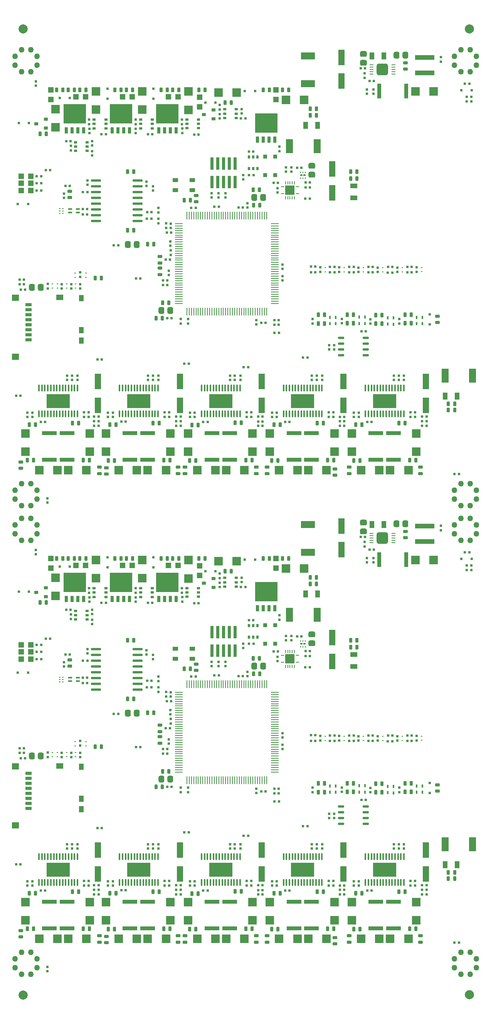
<source format=gtp>
G04 Layer_Color=8421504*
%FSLAX24Y24*%
%MOIN*%
G70*
G01*
G75*
G04:AMPARAMS|DCode=11|XSize=78.7mil|YSize=78.7mil|CornerRadius=39.4mil|HoleSize=0mil|Usage=FLASHONLY|Rotation=90.000|XOffset=0mil|YOffset=0mil|HoleType=Round|Shape=RoundedRectangle|*
%AMROUNDEDRECTD11*
21,1,0.0787,0.0000,0,0,90.0*
21,1,0.0000,0.0787,0,0,90.0*
1,1,0.0787,0.0000,0.0000*
1,1,0.0787,0.0000,0.0000*
1,1,0.0787,0.0000,0.0000*
1,1,0.0787,0.0000,0.0000*
%
%ADD11ROUNDEDRECTD11*%
%ADD39R,0.0591X0.0453*%
%ADD43C,0.0500*%
%ADD147R,0.0236X0.0118*%
%ADD148R,0.0120X0.0102*%
%ADD149R,0.0374X0.0334*%
%ADD150R,0.0138X0.0098*%
%ADD151R,0.0787X0.0787*%
%ADD152O,0.0295X0.0090*%
%ADD153O,0.0090X0.0295*%
G04:AMPARAMS|DCode=154|XSize=20mil|YSize=22mil|CornerRadius=3.4mil|HoleSize=0mil|Usage=FLASHONLY|Rotation=0.000|XOffset=0mil|YOffset=0mil|HoleType=Round|Shape=RoundedRectangle|*
%AMROUNDEDRECTD154*
21,1,0.0200,0.0152,0,0,0.0*
21,1,0.0132,0.0220,0,0,0.0*
1,1,0.0068,0.0066,-0.0076*
1,1,0.0068,-0.0066,-0.0076*
1,1,0.0068,-0.0066,0.0076*
1,1,0.0068,0.0066,0.0076*
%
%ADD154ROUNDEDRECTD154*%
%ADD155R,0.0220X0.0220*%
G04:AMPARAMS|DCode=156|XSize=27.1mil|YSize=37.4mil|CornerRadius=4.8mil|HoleSize=0mil|Usage=FLASHONLY|Rotation=0.000|XOffset=0mil|YOffset=0mil|HoleType=Round|Shape=RoundedRectangle|*
%AMROUNDEDRECTD156*
21,1,0.0271,0.0277,0,0,0.0*
21,1,0.0175,0.0374,0,0,0.0*
1,1,0.0097,0.0087,-0.0139*
1,1,0.0097,-0.0087,-0.0139*
1,1,0.0097,-0.0087,0.0139*
1,1,0.0097,0.0087,0.0139*
%
%ADD156ROUNDEDRECTD156*%
G04:AMPARAMS|DCode=157|XSize=27.1mil|YSize=37.4mil|CornerRadius=4.8mil|HoleSize=0mil|Usage=FLASHONLY|Rotation=270.000|XOffset=0mil|YOffset=0mil|HoleType=Round|Shape=RoundedRectangle|*
%AMROUNDEDRECTD157*
21,1,0.0271,0.0277,0,0,270.0*
21,1,0.0175,0.0374,0,0,270.0*
1,1,0.0097,-0.0139,-0.0087*
1,1,0.0097,-0.0139,0.0087*
1,1,0.0097,0.0139,0.0087*
1,1,0.0097,0.0139,-0.0087*
%
%ADD157ROUNDEDRECTD157*%
G04:AMPARAMS|DCode=158|XSize=20mil|YSize=22mil|CornerRadius=3.4mil|HoleSize=0mil|Usage=FLASHONLY|Rotation=270.000|XOffset=0mil|YOffset=0mil|HoleType=Round|Shape=RoundedRectangle|*
%AMROUNDEDRECTD158*
21,1,0.0200,0.0152,0,0,270.0*
21,1,0.0132,0.0220,0,0,270.0*
1,1,0.0068,-0.0076,-0.0066*
1,1,0.0068,-0.0076,0.0066*
1,1,0.0068,0.0076,0.0066*
1,1,0.0068,0.0076,-0.0066*
%
%ADD158ROUNDEDRECTD158*%
%ADD159R,0.0334X0.0137*%
%ADD160R,0.0340X0.0300*%
%ADD161R,0.0220X0.0220*%
%ADD162R,0.0770X0.0770*%
%ADD163R,0.0770X0.0770*%
%ADD164R,0.0216X0.0315*%
%ADD165R,0.0315X0.0216*%
%ADD166R,0.0413X0.0649*%
G04:AMPARAMS|DCode=167|XSize=50mil|YSize=58mil|CornerRadius=12mil|HoleSize=0mil|Usage=FLASHONLY|Rotation=270.000|XOffset=0mil|YOffset=0mil|HoleType=Round|Shape=RoundedRectangle|*
%AMROUNDEDRECTD167*
21,1,0.0500,0.0340,0,0,270.0*
21,1,0.0260,0.0580,0,0,270.0*
1,1,0.0240,-0.0170,-0.0130*
1,1,0.0240,-0.0170,0.0130*
1,1,0.0240,0.0170,0.0130*
1,1,0.0240,0.0170,-0.0130*
%
%ADD167ROUNDEDRECTD167*%
%ADD168R,0.0531X0.1319*%
%ADD169O,0.0118X0.0649*%
%ADD170R,0.2035X0.1200*%
%ADD171R,0.0649X0.0531*%
%ADD172R,0.0433X0.0571*%
%ADD173R,0.0571X0.0295*%
G04:AMPARAMS|DCode=174|XSize=50mil|YSize=58mil|CornerRadius=12mil|HoleSize=0mil|Usage=FLASHONLY|Rotation=0.000|XOffset=0mil|YOffset=0mil|HoleType=Round|Shape=RoundedRectangle|*
%AMROUNDEDRECTD174*
21,1,0.0500,0.0340,0,0,0.0*
21,1,0.0260,0.0580,0,0,0.0*
1,1,0.0240,0.0130,-0.0170*
1,1,0.0240,-0.0130,-0.0170*
1,1,0.0240,-0.0130,0.0170*
1,1,0.0240,0.0130,0.0170*
%
%ADD174ROUNDEDRECTD174*%
%ADD175R,0.0649X0.0413*%
%ADD176R,0.0460X0.0460*%
%ADD177R,0.0460X0.0460*%
%ADD178R,0.1240X0.0610*%
%ADD179R,0.0610X0.1240*%
%ADD180R,0.0180X0.0260*%
%ADD181R,0.0275X0.1082*%
%ADD182R,0.1653X0.0445*%
%ADD183R,0.0260X0.0540*%
%ADD184R,0.1950X0.1680*%
%ADD185R,0.1279X0.0334*%
%ADD186R,0.0334X0.1279*%
%ADD187O,0.0689X0.0098*%
%ADD188O,0.0098X0.0689*%
%ADD189R,0.0382X0.0098*%
G04:AMPARAMS|DCode=190|XSize=103mil|YSize=103mil|CornerRadius=25.3mil|HoleSize=0mil|Usage=FLASHONLY|Rotation=0.000|XOffset=0mil|YOffset=0mil|HoleType=Round|Shape=RoundedRectangle|*
%AMROUNDEDRECTD190*
21,1,0.1030,0.0525,0,0,0.0*
21,1,0.0525,0.1030,0,0,0.0*
1,1,0.0505,0.0263,-0.0263*
1,1,0.0505,-0.0263,-0.0263*
1,1,0.0505,-0.0263,0.0263*
1,1,0.0505,0.0263,0.0263*
%
%ADD190ROUNDEDRECTD190*%
%ADD191O,0.0886X0.0216*%
%ADD192O,0.0571X0.0216*%
%ADD193R,0.0452X0.0334*%
%ADD194R,0.0090X0.0137*%
G36*
X16941Y78071D02*
X16911Y78031D01*
X16761D01*
X16721Y78071D01*
Y78311D01*
X16941D01*
Y78071D01*
D02*
G37*
G36*
X16571D02*
X16531Y78031D01*
X16391D01*
X16351Y78071D01*
Y78311D01*
X16571D01*
Y78071D01*
D02*
G37*
G36*
X16192Y78061D02*
X16157Y78031D01*
X16007D01*
X15968Y78071D01*
Y78311D01*
X16192D01*
Y78061D01*
D02*
G37*
G36*
X15814D02*
X15779Y78031D01*
X15629D01*
X15590Y78071D01*
Y78311D01*
X15814D01*
Y78061D01*
D02*
G37*
G36*
X12931Y78071D02*
X12901Y78031D01*
X12751D01*
X12711Y78071D01*
Y78311D01*
X12931D01*
Y78071D01*
D02*
G37*
G36*
X12561D02*
X12521Y78031D01*
X12381D01*
X12341Y78071D01*
Y78311D01*
X12561D01*
Y78071D01*
D02*
G37*
G36*
X12182Y78061D02*
X12147Y78031D01*
X11997D01*
X11958Y78071D01*
Y78311D01*
X12182D01*
Y78061D01*
D02*
G37*
G36*
X11804D02*
X11769Y78031D01*
X11619D01*
X11580Y78071D01*
Y78311D01*
X11804D01*
Y78061D01*
D02*
G37*
G36*
X8946Y78071D02*
X8916Y78031D01*
X8766D01*
X8726Y78071D01*
Y78311D01*
X8946D01*
Y78071D01*
D02*
G37*
G36*
X8576D02*
X8536Y78031D01*
X8396D01*
X8356Y78071D01*
Y78311D01*
X8576D01*
Y78071D01*
D02*
G37*
G36*
X8197Y78061D02*
X8162Y78031D01*
X8012D01*
X7973Y78071D01*
Y78311D01*
X8197D01*
Y78061D01*
D02*
G37*
G36*
X7819D02*
X7784Y78031D01*
X7634D01*
X7595Y78071D01*
Y78311D01*
X7819D01*
Y78061D01*
D02*
G37*
G36*
X17241Y77791D02*
X17141D01*
Y78311D01*
X17241D01*
Y77791D01*
D02*
G37*
G36*
X15421D02*
X15310D01*
Y78311D01*
X15421D01*
Y77791D01*
D02*
G37*
G36*
X13231D02*
X13131D01*
Y78311D01*
X13231D01*
Y77791D01*
D02*
G37*
G36*
X11411D02*
X11300D01*
Y78311D01*
X11411D01*
Y77791D01*
D02*
G37*
G36*
X9246D02*
X9146D01*
Y78311D01*
X9246D01*
Y77791D01*
D02*
G37*
G36*
X7426D02*
X7315D01*
Y78311D01*
X7426D01*
Y77791D01*
D02*
G37*
G36*
X25496Y77271D02*
X25466Y77231D01*
X25316D01*
X25276Y77271D01*
Y77511D01*
X25496D01*
Y77271D01*
D02*
G37*
G36*
X25126D02*
X25086Y77231D01*
X24946D01*
X24906Y77271D01*
Y77511D01*
X25126D01*
Y77271D01*
D02*
G37*
G36*
X24747Y77261D02*
X24712Y77231D01*
X24562D01*
X24523Y77271D01*
Y77511D01*
X24747D01*
Y77261D01*
D02*
G37*
G36*
X24369D02*
X24334Y77231D01*
X24184D01*
X24145Y77271D01*
Y77511D01*
X24369D01*
Y77261D01*
D02*
G37*
G36*
X25796Y76991D02*
X25696D01*
Y77511D01*
X25796D01*
Y76991D01*
D02*
G37*
G36*
X23976D02*
X23865D01*
Y77511D01*
X23976D01*
Y76991D01*
D02*
G37*
G36*
X16871Y76653D02*
X16741D01*
Y76701D01*
X16781Y76744D01*
X16871D01*
Y76653D01*
D02*
G37*
G36*
X16571Y76705D02*
Y76653D01*
X16361D01*
Y76705D01*
X16401Y76740D01*
X16541D01*
X16571Y76705D01*
D02*
G37*
G36*
X16192D02*
Y76653D01*
X15980D01*
Y76705D01*
X16015Y76740D01*
X16157D01*
X16192Y76705D01*
D02*
G37*
G36*
X15818Y76701D02*
Y76653D01*
X15677D01*
Y76744D01*
X15775D01*
X15818Y76701D01*
D02*
G37*
G36*
X12861Y76653D02*
X12731D01*
Y76701D01*
X12771Y76744D01*
X12861D01*
Y76653D01*
D02*
G37*
G36*
X12561Y76705D02*
Y76653D01*
X12351D01*
Y76705D01*
X12391Y76740D01*
X12531D01*
X12561Y76705D01*
D02*
G37*
G36*
X12182D02*
Y76653D01*
X11970D01*
Y76705D01*
X12005Y76740D01*
X12147D01*
X12182Y76705D01*
D02*
G37*
G36*
X11808Y76701D02*
Y76653D01*
X11667D01*
Y76744D01*
X11765D01*
X11808Y76701D01*
D02*
G37*
G36*
X8876Y76653D02*
X8746D01*
Y76701D01*
X8786Y76744D01*
X8876D01*
Y76653D01*
D02*
G37*
G36*
X8576Y76705D02*
Y76653D01*
X8366D01*
Y76705D01*
X8406Y76740D01*
X8546D01*
X8576Y76705D01*
D02*
G37*
G36*
X8197D02*
Y76653D01*
X7985D01*
Y76705D01*
X8020Y76740D01*
X8162D01*
X8197Y76705D01*
D02*
G37*
G36*
X7823Y76701D02*
Y76653D01*
X7681D01*
Y76744D01*
X7780D01*
X7823Y76701D01*
D02*
G37*
G36*
X25426Y75853D02*
X25296D01*
Y75901D01*
X25336Y75944D01*
X25426D01*
Y75853D01*
D02*
G37*
G36*
X25126Y75904D02*
Y75853D01*
X24916D01*
Y75904D01*
X24956Y75940D01*
X25096D01*
X25126Y75904D01*
D02*
G37*
G36*
X24747D02*
Y75853D01*
X24535D01*
Y75904D01*
X24570Y75940D01*
X24712D01*
X24747Y75904D01*
D02*
G37*
G36*
X24373Y75901D02*
Y75853D01*
X24232D01*
Y75944D01*
X24330D01*
X24373Y75901D01*
D02*
G37*
G36*
X16941Y37571D02*
X16911Y37531D01*
X16761D01*
X16721Y37571D01*
Y37811D01*
X16941D01*
Y37571D01*
D02*
G37*
G36*
X16571D02*
X16531Y37531D01*
X16391D01*
X16351Y37571D01*
Y37811D01*
X16571D01*
Y37571D01*
D02*
G37*
G36*
X16192Y37561D02*
X16157Y37531D01*
X16007D01*
X15968Y37571D01*
Y37811D01*
X16192D01*
Y37561D01*
D02*
G37*
G36*
X15814D02*
X15779Y37531D01*
X15629D01*
X15590Y37571D01*
Y37811D01*
X15814D01*
Y37561D01*
D02*
G37*
G36*
X12931Y37571D02*
X12901Y37531D01*
X12751D01*
X12711Y37571D01*
Y37811D01*
X12931D01*
Y37571D01*
D02*
G37*
G36*
X12561D02*
X12521Y37531D01*
X12381D01*
X12341Y37571D01*
Y37811D01*
X12561D01*
Y37571D01*
D02*
G37*
G36*
X12182Y37561D02*
X12147Y37531D01*
X11997D01*
X11958Y37571D01*
Y37811D01*
X12182D01*
Y37561D01*
D02*
G37*
G36*
X11804D02*
X11769Y37531D01*
X11619D01*
X11580Y37571D01*
Y37811D01*
X11804D01*
Y37561D01*
D02*
G37*
G36*
X8946Y37571D02*
X8916Y37531D01*
X8766D01*
X8726Y37571D01*
Y37811D01*
X8946D01*
Y37571D01*
D02*
G37*
G36*
X8576D02*
X8536Y37531D01*
X8396D01*
X8356Y37571D01*
Y37811D01*
X8576D01*
Y37571D01*
D02*
G37*
G36*
X8197Y37561D02*
X8162Y37531D01*
X8012D01*
X7973Y37571D01*
Y37811D01*
X8197D01*
Y37561D01*
D02*
G37*
G36*
X7819D02*
X7784Y37531D01*
X7634D01*
X7595Y37571D01*
Y37811D01*
X7819D01*
Y37561D01*
D02*
G37*
G36*
X17241Y37291D02*
X17141D01*
Y37811D01*
X17241D01*
Y37291D01*
D02*
G37*
G36*
X15421D02*
X15310D01*
Y37811D01*
X15421D01*
Y37291D01*
D02*
G37*
G36*
X13231D02*
X13131D01*
Y37811D01*
X13231D01*
Y37291D01*
D02*
G37*
G36*
X11411D02*
X11300D01*
Y37811D01*
X11411D01*
Y37291D01*
D02*
G37*
G36*
X9246D02*
X9146D01*
Y37811D01*
X9246D01*
Y37291D01*
D02*
G37*
G36*
X7426D02*
X7315D01*
Y37811D01*
X7426D01*
Y37291D01*
D02*
G37*
G36*
X25496Y36771D02*
X25466Y36731D01*
X25316D01*
X25276Y36771D01*
Y37011D01*
X25496D01*
Y36771D01*
D02*
G37*
G36*
X25126D02*
X25086Y36731D01*
X24946D01*
X24906Y36771D01*
Y37011D01*
X25126D01*
Y36771D01*
D02*
G37*
G36*
X24747Y36761D02*
X24712Y36731D01*
X24562D01*
X24523Y36771D01*
Y37011D01*
X24747D01*
Y36761D01*
D02*
G37*
G36*
X24369D02*
X24334Y36731D01*
X24184D01*
X24145Y36771D01*
Y37011D01*
X24369D01*
Y36761D01*
D02*
G37*
G36*
X25796Y36491D02*
X25696D01*
Y37011D01*
X25796D01*
Y36491D01*
D02*
G37*
G36*
X23976D02*
X23865D01*
Y37011D01*
X23976D01*
Y36491D01*
D02*
G37*
G36*
X16871Y36153D02*
X16741D01*
Y36201D01*
X16781Y36244D01*
X16871D01*
Y36153D01*
D02*
G37*
G36*
X16571Y36205D02*
Y36153D01*
X16361D01*
Y36205D01*
X16401Y36240D01*
X16541D01*
X16571Y36205D01*
D02*
G37*
G36*
X16192D02*
Y36153D01*
X15980D01*
Y36205D01*
X16015Y36240D01*
X16157D01*
X16192Y36205D01*
D02*
G37*
G36*
X15818Y36201D02*
Y36153D01*
X15677D01*
Y36244D01*
X15775D01*
X15818Y36201D01*
D02*
G37*
G36*
X12861Y36153D02*
X12731D01*
Y36201D01*
X12771Y36244D01*
X12861D01*
Y36153D01*
D02*
G37*
G36*
X12561Y36205D02*
Y36153D01*
X12351D01*
Y36205D01*
X12391Y36240D01*
X12531D01*
X12561Y36205D01*
D02*
G37*
G36*
X12182D02*
Y36153D01*
X11970D01*
Y36205D01*
X12005Y36240D01*
X12147D01*
X12182Y36205D01*
D02*
G37*
G36*
X11808Y36201D02*
Y36153D01*
X11667D01*
Y36244D01*
X11765D01*
X11808Y36201D01*
D02*
G37*
G36*
X8876Y36153D02*
X8746D01*
Y36201D01*
X8786Y36244D01*
X8876D01*
Y36153D01*
D02*
G37*
G36*
X8576Y36205D02*
Y36153D01*
X8366D01*
Y36205D01*
X8406Y36240D01*
X8546D01*
X8576Y36205D01*
D02*
G37*
G36*
X8197D02*
Y36153D01*
X7985D01*
Y36205D01*
X8020Y36240D01*
X8162D01*
X8197Y36205D01*
D02*
G37*
G36*
X7823Y36201D02*
Y36153D01*
X7681D01*
Y36244D01*
X7780D01*
X7823Y36201D01*
D02*
G37*
G36*
X25426Y35353D02*
X25296D01*
Y35401D01*
X25336Y35444D01*
X25426D01*
Y35353D01*
D02*
G37*
G36*
X25126Y35405D02*
Y35353D01*
X24916D01*
Y35405D01*
X24956Y35440D01*
X25096D01*
X25126Y35405D01*
D02*
G37*
G36*
X24747D02*
Y35353D01*
X24535D01*
Y35405D01*
X24570Y35440D01*
X24712D01*
X24747Y35405D01*
D02*
G37*
G36*
X24373Y35401D02*
Y35353D01*
X24232D01*
Y35444D01*
X24330D01*
X24373Y35401D01*
D02*
G37*
D11*
X3811Y84819D02*
D03*
X42400D02*
D03*
Y1341D02*
D03*
X3811Y1311D02*
D03*
D39*
X6976Y21110D02*
D03*
Y61610D02*
D03*
D43*
X4455Y3116D02*
D03*
X3667D02*
D03*
X3116Y3667D02*
D03*
Y4455D02*
D03*
X3667Y5006D02*
D03*
X4455D02*
D03*
X5006Y4455D02*
D03*
Y3667D02*
D03*
X4455Y40616D02*
D03*
X3667D02*
D03*
X3116Y41167D02*
D03*
Y41955D02*
D03*
X3667Y42506D02*
D03*
X4455D02*
D03*
X5006Y41955D02*
D03*
Y41167D02*
D03*
X42455Y40616D02*
D03*
X41667D02*
D03*
X41116Y41167D02*
D03*
Y41955D02*
D03*
X41667Y42506D02*
D03*
X42455D02*
D03*
X43006Y41955D02*
D03*
Y41167D02*
D03*
X42455Y3116D02*
D03*
X41667D02*
D03*
X41116Y3667D02*
D03*
Y4455D02*
D03*
X41667Y5006D02*
D03*
X42455D02*
D03*
X43006Y4455D02*
D03*
Y3667D02*
D03*
X4455Y43616D02*
D03*
X3667D02*
D03*
X3116Y44167D02*
D03*
Y44955D02*
D03*
X3667Y45506D02*
D03*
X4455D02*
D03*
X5006Y44955D02*
D03*
Y44167D02*
D03*
X4455Y81116D02*
D03*
X3667D02*
D03*
X3116Y81667D02*
D03*
Y82455D02*
D03*
X3667Y83006D02*
D03*
X4455D02*
D03*
X5006Y82455D02*
D03*
Y81667D02*
D03*
X42455Y81116D02*
D03*
X41667D02*
D03*
X41116Y81667D02*
D03*
Y82455D02*
D03*
X41667Y83006D02*
D03*
X42455D02*
D03*
X43006Y82455D02*
D03*
Y81667D02*
D03*
X42455Y43616D02*
D03*
X41667D02*
D03*
X41116Y44167D02*
D03*
Y44955D02*
D03*
X41667Y45506D02*
D03*
X42455D02*
D03*
X43006Y44955D02*
D03*
Y44167D02*
D03*
D147*
X27870Y31667D02*
D03*
X28145D02*
D03*
X27870Y72167D02*
D03*
X28145D02*
D03*
D148*
X7224Y28786D02*
D03*
X7224Y28589D02*
D03*
Y28392D02*
D03*
X6958Y28392D02*
D03*
Y28589D02*
D03*
X6958Y28786D02*
D03*
X7224Y69286D02*
D03*
X7224Y69089D02*
D03*
Y68892D02*
D03*
X6958Y68892D02*
D03*
Y69089D02*
D03*
X6958Y69286D02*
D03*
D149*
X24748Y33278D02*
D03*
X25614Y31664D02*
D03*
Y33278D02*
D03*
X24748Y31664D02*
D03*
Y73778D02*
D03*
X25614Y72164D02*
D03*
Y73778D02*
D03*
X24748Y72164D02*
D03*
D150*
X29921Y23324D02*
D03*
Y23678D02*
D03*
X8348Y21921D02*
D03*
Y22276D02*
D03*
X7571Y21921D02*
D03*
Y22276D02*
D03*
X9224Y22856D02*
D03*
Y23211D02*
D03*
X8309Y22846D02*
D03*
Y23201D02*
D03*
X6754Y21921D02*
D03*
Y22276D02*
D03*
X6350Y21921D02*
D03*
Y22276D02*
D03*
X31571Y23678D02*
D03*
Y23324D02*
D03*
X34911D02*
D03*
Y23678D02*
D03*
X38281Y23688D02*
D03*
Y23334D02*
D03*
X33221Y23678D02*
D03*
Y23324D02*
D03*
X36601D02*
D03*
Y23678D02*
D03*
X29921Y63824D02*
D03*
Y64178D02*
D03*
X8348Y62421D02*
D03*
Y62776D02*
D03*
X7571Y62421D02*
D03*
Y62776D02*
D03*
X9224Y63356D02*
D03*
Y63711D02*
D03*
X8309Y63346D02*
D03*
Y63701D02*
D03*
X6754Y62421D02*
D03*
Y62776D02*
D03*
X6350Y62421D02*
D03*
Y62776D02*
D03*
X31571Y64178D02*
D03*
Y63824D02*
D03*
X34911D02*
D03*
Y64178D02*
D03*
X38281Y64188D02*
D03*
Y63834D02*
D03*
X33221Y64178D02*
D03*
Y63824D02*
D03*
X36601D02*
D03*
Y64178D02*
D03*
D151*
X26882Y30366D02*
D03*
Y70866D02*
D03*
D152*
X26242Y30071D02*
D03*
Y30661D02*
D03*
X27522D02*
D03*
Y30071D02*
D03*
X26242Y70571D02*
D03*
Y71161D02*
D03*
X27522D02*
D03*
Y70571D02*
D03*
D153*
X26488Y31006D02*
D03*
X26685D02*
D03*
X26882D02*
D03*
X27079D02*
D03*
X27276D02*
D03*
Y29726D02*
D03*
X27079D02*
D03*
X26882D02*
D03*
X26685D02*
D03*
X26488D02*
D03*
Y71506D02*
D03*
X26685D02*
D03*
X26882D02*
D03*
X27079D02*
D03*
X27276D02*
D03*
Y70226D02*
D03*
X27079D02*
D03*
X26882D02*
D03*
X26685D02*
D03*
X26488D02*
D03*
D154*
X25842Y31026D02*
D03*
X25465D02*
D03*
X7838Y30741D02*
D03*
X7461D02*
D03*
X11642Y25601D02*
D03*
X12021D02*
D03*
X20720Y28931D02*
D03*
X20341D02*
D03*
X23344Y31661D02*
D03*
X23721D02*
D03*
X18606Y35191D02*
D03*
X18983D02*
D03*
X14595Y35219D02*
D03*
X14971D02*
D03*
X10579Y35209D02*
D03*
X10956D02*
D03*
X24508Y10391D02*
D03*
X24131D02*
D03*
X38688Y10011D02*
D03*
X38311D02*
D03*
X31578D02*
D03*
X31201D02*
D03*
X13553Y22748D02*
D03*
X13932D02*
D03*
X3979Y21781D02*
D03*
X3602D02*
D03*
X42176Y38428D02*
D03*
X42553D02*
D03*
X42556Y38028D02*
D03*
X42177D02*
D03*
X41491Y5841D02*
D03*
X41112D02*
D03*
X42387Y39567D02*
D03*
X42008D02*
D03*
X3201Y12621D02*
D03*
X3580D02*
D03*
X6141Y32111D02*
D03*
X5762D02*
D03*
X25541Y18041D02*
D03*
X25920D02*
D03*
X25901Y19131D02*
D03*
X25522D02*
D03*
X25531Y18731D02*
D03*
X25910D02*
D03*
X10615Y15750D02*
D03*
X10236D02*
D03*
X18125Y15366D02*
D03*
X17746D02*
D03*
X28391Y15898D02*
D03*
X28012D02*
D03*
X23263Y15061D02*
D03*
X22884D02*
D03*
X33070Y18191D02*
D03*
X33447D02*
D03*
X23028Y36561D02*
D03*
X22651D02*
D03*
X24508Y10011D02*
D03*
X24131D02*
D03*
X19755Y10331D02*
D03*
X19378D02*
D03*
X18344Y28841D02*
D03*
X18721D02*
D03*
X16274Y19321D02*
D03*
X16651D02*
D03*
X30721Y23751D02*
D03*
X30344D02*
D03*
X34031Y23741D02*
D03*
X33654D02*
D03*
X37411Y23731D02*
D03*
X37034D02*
D03*
X16278Y22561D02*
D03*
X15901D02*
D03*
X16598Y26721D02*
D03*
X16221D02*
D03*
X16268Y22161D02*
D03*
X15891D02*
D03*
X29081Y23281D02*
D03*
X28704D02*
D03*
X32391Y23741D02*
D03*
X32014D02*
D03*
X35729Y23729D02*
D03*
X35352D02*
D03*
X22808Y28881D02*
D03*
X22431D02*
D03*
X24394Y18921D02*
D03*
X24771D02*
D03*
X27499Y32315D02*
D03*
X27876D02*
D03*
X28597Y30607D02*
D03*
X28220D02*
D03*
X28597Y31037D02*
D03*
X28220D02*
D03*
X34134Y39815D02*
D03*
X33757D02*
D03*
X3881Y22651D02*
D03*
X3504D02*
D03*
X9941Y10401D02*
D03*
X10318D02*
D03*
X17051Y10411D02*
D03*
X17428D02*
D03*
X31201Y10401D02*
D03*
X31578D02*
D03*
X38311D02*
D03*
X38688D02*
D03*
X9358Y30221D02*
D03*
X8981D02*
D03*
X5695Y10331D02*
D03*
X5318D02*
D03*
X12664Y10361D02*
D03*
X12287D02*
D03*
X26841Y10331D02*
D03*
X26464D02*
D03*
X33930D02*
D03*
X33553D02*
D03*
X5360Y30961D02*
D03*
X4981D02*
D03*
X5360Y30351D02*
D03*
X4981D02*
D03*
X30721Y23271D02*
D03*
X30342D02*
D03*
X34031D02*
D03*
X33652D02*
D03*
X37411Y23261D02*
D03*
X37032D02*
D03*
X29081Y23761D02*
D03*
X28702D02*
D03*
X32391Y23261D02*
D03*
X32012D02*
D03*
X35729Y23259D02*
D03*
X35350D02*
D03*
X9941Y10801D02*
D03*
X10320D02*
D03*
X17051D02*
D03*
X17430D02*
D03*
X31201Y10791D02*
D03*
X31580D02*
D03*
X38311Y10801D02*
D03*
X38690D02*
D03*
X9941Y10011D02*
D03*
X10320D02*
D03*
X17051Y10021D02*
D03*
X17430D02*
D03*
X7910Y34621D02*
D03*
X7531D02*
D03*
X28596Y29657D02*
D03*
X28217D02*
D03*
X23332Y33721D02*
D03*
X23711D02*
D03*
X4982Y31571D02*
D03*
X5361D02*
D03*
X33373Y40895D02*
D03*
X32994D02*
D03*
X3502Y22251D02*
D03*
X3881D02*
D03*
X16121Y24381D02*
D03*
X16500D02*
D03*
X14511Y27911D02*
D03*
X14890D02*
D03*
X8971Y28731D02*
D03*
X9350D02*
D03*
X14521Y28461D02*
D03*
X14900D02*
D03*
X8971Y28291D02*
D03*
X9350D02*
D03*
X24131Y10795D02*
D03*
X24510D02*
D03*
X25842Y71526D02*
D03*
X25465D02*
D03*
X7838Y71241D02*
D03*
X7461D02*
D03*
X11642Y66101D02*
D03*
X12021D02*
D03*
X20720Y69431D02*
D03*
X20341D02*
D03*
X23344Y72161D02*
D03*
X23721D02*
D03*
X18606Y75691D02*
D03*
X18983D02*
D03*
X14595Y75718D02*
D03*
X14971D02*
D03*
X10579Y75709D02*
D03*
X10956D02*
D03*
X24508Y50891D02*
D03*
X24131D02*
D03*
X38688Y50511D02*
D03*
X38311D02*
D03*
X31578D02*
D03*
X31201D02*
D03*
X13553Y63248D02*
D03*
X13932D02*
D03*
X3979Y62281D02*
D03*
X3602D02*
D03*
X42176Y78928D02*
D03*
X42553D02*
D03*
X42556Y78528D02*
D03*
X42177D02*
D03*
X41491Y46341D02*
D03*
X41112D02*
D03*
X42387Y80067D02*
D03*
X42008D02*
D03*
X3201Y53121D02*
D03*
X3580D02*
D03*
X6141Y72611D02*
D03*
X5762D02*
D03*
X25541Y58541D02*
D03*
X25920D02*
D03*
X25901Y59631D02*
D03*
X25522D02*
D03*
X25531Y59231D02*
D03*
X25910D02*
D03*
X10615Y56250D02*
D03*
X10236D02*
D03*
X18125Y55866D02*
D03*
X17746D02*
D03*
X28391Y56398D02*
D03*
X28012D02*
D03*
X23263Y55561D02*
D03*
X22884D02*
D03*
X33070Y58691D02*
D03*
X33447D02*
D03*
X23028Y77061D02*
D03*
X22651D02*
D03*
X24508Y50511D02*
D03*
X24131D02*
D03*
X19755Y50831D02*
D03*
X19378D02*
D03*
X18344Y69341D02*
D03*
X18721D02*
D03*
X16274Y59821D02*
D03*
X16651D02*
D03*
X30721Y64251D02*
D03*
X30344D02*
D03*
X34031Y64241D02*
D03*
X33654D02*
D03*
X37411Y64231D02*
D03*
X37034D02*
D03*
X16278Y63061D02*
D03*
X15901D02*
D03*
X16598Y67221D02*
D03*
X16221D02*
D03*
X16268Y62661D02*
D03*
X15891D02*
D03*
X29081Y63781D02*
D03*
X28704D02*
D03*
X32391Y64241D02*
D03*
X32014D02*
D03*
X35729Y64229D02*
D03*
X35352D02*
D03*
X22808Y69381D02*
D03*
X22431D02*
D03*
X24394Y59421D02*
D03*
X24771D02*
D03*
X27499Y72815D02*
D03*
X27876D02*
D03*
X28597Y71107D02*
D03*
X28220D02*
D03*
X28597Y71537D02*
D03*
X28220D02*
D03*
X34134Y80315D02*
D03*
X33757D02*
D03*
X3881Y63151D02*
D03*
X3504D02*
D03*
X9941Y50901D02*
D03*
X10318D02*
D03*
X17051Y50911D02*
D03*
X17428D02*
D03*
X31201Y50901D02*
D03*
X31578D02*
D03*
X38311D02*
D03*
X38688D02*
D03*
X9358Y70721D02*
D03*
X8981D02*
D03*
X5695Y50831D02*
D03*
X5318D02*
D03*
X12664Y50861D02*
D03*
X12287D02*
D03*
X26841Y50831D02*
D03*
X26464D02*
D03*
X33930D02*
D03*
X33553D02*
D03*
X5360Y71461D02*
D03*
X4981D02*
D03*
X5360Y70851D02*
D03*
X4981D02*
D03*
X30721Y63771D02*
D03*
X30342D02*
D03*
X34031D02*
D03*
X33652D02*
D03*
X37411Y63761D02*
D03*
X37032D02*
D03*
X29081Y64261D02*
D03*
X28702D02*
D03*
X32391Y63761D02*
D03*
X32012D02*
D03*
X35729Y63759D02*
D03*
X35350D02*
D03*
X9941Y51301D02*
D03*
X10320D02*
D03*
X17051D02*
D03*
X17430D02*
D03*
X31201Y51291D02*
D03*
X31580D02*
D03*
X38311Y51301D02*
D03*
X38690D02*
D03*
X9941Y50511D02*
D03*
X10320D02*
D03*
X17051Y50521D02*
D03*
X17430D02*
D03*
X7910Y75121D02*
D03*
X7531D02*
D03*
X28596Y70157D02*
D03*
X28217D02*
D03*
X23332Y74221D02*
D03*
X23711D02*
D03*
X4982Y72071D02*
D03*
X5361D02*
D03*
X33373Y81395D02*
D03*
X32994D02*
D03*
X3502Y62751D02*
D03*
X3881D02*
D03*
X16121Y64881D02*
D03*
X16500D02*
D03*
X14511Y68411D02*
D03*
X14890D02*
D03*
X8971Y69231D02*
D03*
X9350D02*
D03*
X14521Y68961D02*
D03*
X14900D02*
D03*
X8971Y68791D02*
D03*
X9350D02*
D03*
X24131Y51295D02*
D03*
X24510D02*
D03*
D155*
X42586Y39018D02*
D03*
X41713D02*
D03*
X22981Y38941D02*
D03*
X23854D02*
D03*
X6971Y38331D02*
D03*
X7844D02*
D03*
X20431Y37941D02*
D03*
X19558D02*
D03*
X3441Y36191D02*
D03*
X4314D02*
D03*
X3348Y29181D02*
D03*
X4221D02*
D03*
X42586Y79518D02*
D03*
X41713D02*
D03*
X22981Y79441D02*
D03*
X23854D02*
D03*
X6971Y78831D02*
D03*
X7844D02*
D03*
X20431Y78441D02*
D03*
X19558D02*
D03*
X3441Y76691D02*
D03*
X4314D02*
D03*
X3348Y69681D02*
D03*
X4221D02*
D03*
D156*
X12833Y26911D02*
D03*
X13369D02*
D03*
X12833Y31971D02*
D03*
X13369D02*
D03*
X28633Y37401D02*
D03*
X29169D02*
D03*
X28633Y36851D02*
D03*
X29169D02*
D03*
X4345Y10101D02*
D03*
X4880D02*
D03*
X11313D02*
D03*
X11849D02*
D03*
X25490D02*
D03*
X26026D02*
D03*
X32579D02*
D03*
X33115D02*
D03*
X8613Y10251D02*
D03*
X8078D02*
D03*
X15582D02*
D03*
X15046D02*
D03*
X29759D02*
D03*
X29223D02*
D03*
X36848D02*
D03*
X36312D02*
D03*
X18403Y10091D02*
D03*
X18939D02*
D03*
X22673Y10261D02*
D03*
X22137D02*
D03*
X5809Y35231D02*
D03*
X5273D02*
D03*
X21809Y37941D02*
D03*
X21273D02*
D03*
X7703Y39031D02*
D03*
X8239D02*
D03*
X12259D02*
D03*
X11723D02*
D03*
X16269Y39031D02*
D03*
X15733D02*
D03*
X25089Y39031D02*
D03*
X24553D02*
D03*
X4153Y7031D02*
D03*
X4689D02*
D03*
X11173Y7021D02*
D03*
X11708D02*
D03*
X25300D02*
D03*
X25836D02*
D03*
X32389D02*
D03*
X32924D02*
D03*
X8995Y7031D02*
D03*
X9530D02*
D03*
X15963D02*
D03*
X16499D02*
D03*
X30140D02*
D03*
X30676D02*
D03*
X37229D02*
D03*
X37764D02*
D03*
X18750Y7021D02*
D03*
X18214D02*
D03*
X23590Y7031D02*
D03*
X23054D02*
D03*
X23691Y30406D02*
D03*
X24226D02*
D03*
X15849Y19311D02*
D03*
X15313D02*
D03*
X32659Y31961D02*
D03*
X32123D02*
D03*
X32659Y31361D02*
D03*
X32123D02*
D03*
X15089Y25711D02*
D03*
X14553D02*
D03*
X40583Y11381D02*
D03*
X41119D02*
D03*
X40583Y11921D02*
D03*
X41119D02*
D03*
X18259Y29511D02*
D03*
X17723D02*
D03*
X6693Y39031D02*
D03*
X7229D02*
D03*
X19549Y39031D02*
D03*
X19013D02*
D03*
X9249Y39031D02*
D03*
X8713D02*
D03*
X13279Y39031D02*
D03*
X12743D02*
D03*
X17279Y39031D02*
D03*
X16743D02*
D03*
X26243D02*
D03*
X26779D02*
D03*
X29869Y19605D02*
D03*
X29333D02*
D03*
X32379Y19621D02*
D03*
X31843D02*
D03*
X34839Y19581D02*
D03*
X34303D02*
D03*
X37369Y19611D02*
D03*
X36833D02*
D03*
X29869Y18855D02*
D03*
X29333D02*
D03*
X32379Y18871D02*
D03*
X31843D02*
D03*
X34839Y18831D02*
D03*
X34303D02*
D03*
X37369Y18861D02*
D03*
X36833D02*
D03*
X24259Y29061D02*
D03*
X23723D02*
D03*
X15873Y20631D02*
D03*
X16409D02*
D03*
X10559Y22771D02*
D03*
X10023D02*
D03*
X12833Y67411D02*
D03*
X13369D02*
D03*
X12833Y72471D02*
D03*
X13369D02*
D03*
X28633Y77901D02*
D03*
X29169D02*
D03*
X28633Y77351D02*
D03*
X29169D02*
D03*
X4345Y50601D02*
D03*
X4880D02*
D03*
X11313D02*
D03*
X11849D02*
D03*
X25490D02*
D03*
X26026D02*
D03*
X32579D02*
D03*
X33115D02*
D03*
X8613Y50751D02*
D03*
X8078D02*
D03*
X15582D02*
D03*
X15046D02*
D03*
X29759D02*
D03*
X29223D02*
D03*
X36848D02*
D03*
X36312D02*
D03*
X18403Y50591D02*
D03*
X18939D02*
D03*
X22673Y50761D02*
D03*
X22137D02*
D03*
X5809Y75731D02*
D03*
X5273D02*
D03*
X21809Y78441D02*
D03*
X21273D02*
D03*
X7703Y79531D02*
D03*
X8239D02*
D03*
X12259D02*
D03*
X11723D02*
D03*
X16269Y79531D02*
D03*
X15733D02*
D03*
X25089Y79531D02*
D03*
X24553D02*
D03*
X4153Y47531D02*
D03*
X4689D02*
D03*
X11173Y47521D02*
D03*
X11708D02*
D03*
X25300D02*
D03*
X25836D02*
D03*
X32389D02*
D03*
X32924D02*
D03*
X8995Y47531D02*
D03*
X9530D02*
D03*
X15963D02*
D03*
X16499D02*
D03*
X30140D02*
D03*
X30676D02*
D03*
X37229D02*
D03*
X37764D02*
D03*
X18750Y47521D02*
D03*
X18214D02*
D03*
X23590Y47531D02*
D03*
X23054D02*
D03*
X23691Y70906D02*
D03*
X24226D02*
D03*
X15849Y59811D02*
D03*
X15313D02*
D03*
X32659Y72461D02*
D03*
X32123D02*
D03*
X32659Y71861D02*
D03*
X32123D02*
D03*
X15089Y66211D02*
D03*
X14553D02*
D03*
X40583Y51881D02*
D03*
X41119D02*
D03*
X40583Y52421D02*
D03*
X41119D02*
D03*
X18259Y70011D02*
D03*
X17723D02*
D03*
X6693Y79531D02*
D03*
X7229D02*
D03*
X19549Y79531D02*
D03*
X19013D02*
D03*
X9249Y79531D02*
D03*
X8713D02*
D03*
X13279Y79531D02*
D03*
X12743D02*
D03*
X17279Y79531D02*
D03*
X16743D02*
D03*
X26243D02*
D03*
X26779D02*
D03*
X29869Y60105D02*
D03*
X29333D02*
D03*
X32379Y60121D02*
D03*
X31843D02*
D03*
X34839Y60081D02*
D03*
X34303D02*
D03*
X37369Y60111D02*
D03*
X36833D02*
D03*
X29869Y59355D02*
D03*
X29333D02*
D03*
X32379Y59371D02*
D03*
X31843D02*
D03*
X34839Y59331D02*
D03*
X34303D02*
D03*
X37369Y59361D02*
D03*
X36833D02*
D03*
X24259Y69561D02*
D03*
X23723D02*
D03*
X15873Y61131D02*
D03*
X16409D02*
D03*
X10559Y63271D02*
D03*
X10023D02*
D03*
D157*
X7831Y30279D02*
D03*
Y29743D02*
D03*
X15651Y23093D02*
D03*
Y23629D02*
D03*
X3604Y6348D02*
D03*
Y6884D02*
D03*
X11016Y5827D02*
D03*
Y6362D02*
D03*
X24888Y5893D02*
D03*
Y6429D02*
D03*
X31991Y5893D02*
D03*
Y6429D02*
D03*
X10416Y5893D02*
D03*
Y6429D02*
D03*
X17186Y5893D02*
D03*
Y6429D02*
D03*
X30771Y5743D02*
D03*
Y6279D02*
D03*
X38157Y5893D02*
D03*
Y6429D02*
D03*
X17802D02*
D03*
Y5893D02*
D03*
X23982Y6429D02*
D03*
Y5893D02*
D03*
X15651Y24093D02*
D03*
Y24629D02*
D03*
X36854Y40828D02*
D03*
Y41363D02*
D03*
X18771Y29363D02*
D03*
Y29899D02*
D03*
X39651Y19469D02*
D03*
Y18933D02*
D03*
X7831Y70779D02*
D03*
Y70243D02*
D03*
X15651Y63593D02*
D03*
Y64129D02*
D03*
X3604Y46848D02*
D03*
Y47384D02*
D03*
X11016Y46327D02*
D03*
Y46862D02*
D03*
X24888Y46393D02*
D03*
Y46929D02*
D03*
X31991Y46393D02*
D03*
Y46929D02*
D03*
X10416Y46393D02*
D03*
Y46929D02*
D03*
X17186Y46393D02*
D03*
Y46929D02*
D03*
X30771Y46243D02*
D03*
Y46779D02*
D03*
X38157Y46393D02*
D03*
Y46929D02*
D03*
X17802D02*
D03*
Y46393D02*
D03*
X23982Y46929D02*
D03*
Y46393D02*
D03*
X15651Y64593D02*
D03*
Y65129D02*
D03*
X36854Y81328D02*
D03*
Y81863D02*
D03*
X18771Y69863D02*
D03*
Y70399D02*
D03*
X39651Y59969D02*
D03*
Y59433D02*
D03*
D158*
X7321Y30078D02*
D03*
Y29701D02*
D03*
X20691Y29741D02*
D03*
Y30120D02*
D03*
X22821Y31691D02*
D03*
Y31312D02*
D03*
X21311Y30121D02*
D03*
Y29742D02*
D03*
X30701Y16981D02*
D03*
Y16602D02*
D03*
X18071Y18854D02*
D03*
Y19231D02*
D03*
X27000Y32346D02*
D03*
Y31967D02*
D03*
X25971Y33752D02*
D03*
Y34131D02*
D03*
X17551Y36460D02*
D03*
Y36081D02*
D03*
X13551Y36461D02*
D03*
Y36082D02*
D03*
X9516Y36461D02*
D03*
Y36082D02*
D03*
X22701Y37380D02*
D03*
Y37001D02*
D03*
X23131Y11160D02*
D03*
Y10781D02*
D03*
X37701Y11170D02*
D03*
Y10791D02*
D03*
X30621Y11170D02*
D03*
Y10791D02*
D03*
X16431Y11170D02*
D03*
Y10791D02*
D03*
X9471Y11170D02*
D03*
Y10791D02*
D03*
X16031Y11168D02*
D03*
Y10791D02*
D03*
X9071Y11168D02*
D03*
Y10791D02*
D03*
X15041Y30344D02*
D03*
Y30721D02*
D03*
X31151Y23322D02*
D03*
Y23701D02*
D03*
X34471Y23312D02*
D03*
Y23691D02*
D03*
X37851Y23322D02*
D03*
Y23701D02*
D03*
X29501Y23322D02*
D03*
Y23701D02*
D03*
X32811Y23312D02*
D03*
Y23691D02*
D03*
X36171Y23312D02*
D03*
Y23691D02*
D03*
X5911Y3371D02*
D03*
Y3750D02*
D03*
X4901Y39781D02*
D03*
Y39402D02*
D03*
X30278Y16983D02*
D03*
Y16604D02*
D03*
X4585Y10771D02*
D03*
Y11148D02*
D03*
X11554Y10771D02*
D03*
Y11148D02*
D03*
X25731Y10771D02*
D03*
Y11148D02*
D03*
X32820Y10771D02*
D03*
Y11148D02*
D03*
X8505Y13971D02*
D03*
Y14348D02*
D03*
X15491Y13971D02*
D03*
Y14348D02*
D03*
X29671Y13971D02*
D03*
Y14348D02*
D03*
X36751Y13971D02*
D03*
Y14348D02*
D03*
X9776Y33379D02*
D03*
Y33756D02*
D03*
X18645Y11148D02*
D03*
Y10771D02*
D03*
X22585Y14348D02*
D03*
Y13971D02*
D03*
X16411Y23408D02*
D03*
Y23031D02*
D03*
X16561Y24784D02*
D03*
Y25161D02*
D03*
X23211Y28874D02*
D03*
Y29251D02*
D03*
X26221Y22948D02*
D03*
Y22571D02*
D03*
X23981Y19148D02*
D03*
Y18771D02*
D03*
X16551Y25938D02*
D03*
Y25561D02*
D03*
X26231Y23574D02*
D03*
Y23951D02*
D03*
X39941Y41861D02*
D03*
Y41484D02*
D03*
X28851Y18853D02*
D03*
Y19230D02*
D03*
X31361Y18868D02*
D03*
Y19245D02*
D03*
X33821Y19205D02*
D03*
Y18828D02*
D03*
X36351Y19235D02*
D03*
Y18858D02*
D03*
X20091Y30121D02*
D03*
Y29744D02*
D03*
X16581Y27491D02*
D03*
Y27114D02*
D03*
X17441Y18854D02*
D03*
Y19231D02*
D03*
X14461Y31108D02*
D03*
Y30731D02*
D03*
X9361Y31208D02*
D03*
Y30831D02*
D03*
X30221Y10791D02*
D03*
Y11170D02*
D03*
X37301Y10791D02*
D03*
Y11170D02*
D03*
X4172Y11148D02*
D03*
Y10769D02*
D03*
X11141Y11148D02*
D03*
Y10769D02*
D03*
X25318Y11148D02*
D03*
Y10769D02*
D03*
X32407Y11148D02*
D03*
Y10769D02*
D03*
X8035Y13972D02*
D03*
Y14351D02*
D03*
X15024Y13972D02*
D03*
Y14351D02*
D03*
X29201Y13972D02*
D03*
Y14351D02*
D03*
X36291Y13972D02*
D03*
Y14351D02*
D03*
X7605Y14350D02*
D03*
Y13971D02*
D03*
X14594Y14350D02*
D03*
Y13971D02*
D03*
X28771Y14350D02*
D03*
Y13971D02*
D03*
X35861Y14350D02*
D03*
Y13971D02*
D03*
X7921Y33822D02*
D03*
Y34201D02*
D03*
X9771Y34231D02*
D03*
Y34610D02*
D03*
X20811Y36572D02*
D03*
Y36951D02*
D03*
X20801Y37730D02*
D03*
Y37351D02*
D03*
X9526Y35305D02*
D03*
Y35684D02*
D03*
X25789Y30555D02*
D03*
Y30176D02*
D03*
X13551Y35305D02*
D03*
Y35684D02*
D03*
X17561Y35322D02*
D03*
Y35701D02*
D03*
X26547Y32346D02*
D03*
Y31967D02*
D03*
X23531Y10781D02*
D03*
Y11160D02*
D03*
X18232Y10769D02*
D03*
Y11148D02*
D03*
X22115Y13972D02*
D03*
Y14351D02*
D03*
X21685Y14350D02*
D03*
Y13971D02*
D03*
X33341Y40470D02*
D03*
Y40091D02*
D03*
X8742Y21880D02*
D03*
Y22259D02*
D03*
X15511Y27901D02*
D03*
Y27522D02*
D03*
Y28451D02*
D03*
Y28830D02*
D03*
X16161Y27500D02*
D03*
Y27121D02*
D03*
X8732Y22884D02*
D03*
Y23263D02*
D03*
X7965Y21880D02*
D03*
Y22259D02*
D03*
X5942Y22260D02*
D03*
Y21881D02*
D03*
X7148Y22258D02*
D03*
Y21879D02*
D03*
X33541Y38701D02*
D03*
Y39080D02*
D03*
X34094Y39081D02*
D03*
Y38702D02*
D03*
X7321Y70578D02*
D03*
Y70201D02*
D03*
X20691Y70241D02*
D03*
Y70620D02*
D03*
X22821Y72191D02*
D03*
Y71812D02*
D03*
X21311Y70621D02*
D03*
Y70242D02*
D03*
X30701Y57481D02*
D03*
Y57102D02*
D03*
X18071Y59354D02*
D03*
Y59731D02*
D03*
X27000Y72846D02*
D03*
Y72467D02*
D03*
X25971Y74252D02*
D03*
Y74631D02*
D03*
X17551Y76960D02*
D03*
Y76581D02*
D03*
X13551Y76961D02*
D03*
Y76582D02*
D03*
X9516Y76961D02*
D03*
Y76582D02*
D03*
X22701Y77880D02*
D03*
Y77501D02*
D03*
X23131Y51660D02*
D03*
Y51281D02*
D03*
X37701Y51670D02*
D03*
Y51291D02*
D03*
X30621Y51670D02*
D03*
Y51291D02*
D03*
X16431Y51670D02*
D03*
Y51291D02*
D03*
X9471Y51670D02*
D03*
Y51291D02*
D03*
X16031Y51668D02*
D03*
Y51291D02*
D03*
X9071Y51668D02*
D03*
Y51291D02*
D03*
X15041Y70844D02*
D03*
Y71221D02*
D03*
X31151Y63822D02*
D03*
Y64201D02*
D03*
X34471Y63812D02*
D03*
Y64191D02*
D03*
X37851Y63822D02*
D03*
Y64201D02*
D03*
X29501Y63822D02*
D03*
Y64201D02*
D03*
X32811Y63812D02*
D03*
Y64191D02*
D03*
X36171Y63812D02*
D03*
Y64191D02*
D03*
X5911Y43871D02*
D03*
Y44250D02*
D03*
X4901Y80281D02*
D03*
Y79902D02*
D03*
X30278Y57483D02*
D03*
Y57104D02*
D03*
X4585Y51271D02*
D03*
Y51648D02*
D03*
X11554Y51271D02*
D03*
Y51648D02*
D03*
X25731Y51271D02*
D03*
Y51648D02*
D03*
X32820Y51271D02*
D03*
Y51648D02*
D03*
X8505Y54471D02*
D03*
Y54848D02*
D03*
X15491Y54471D02*
D03*
Y54848D02*
D03*
X29671Y54471D02*
D03*
Y54848D02*
D03*
X36751Y54471D02*
D03*
Y54848D02*
D03*
X9776Y73879D02*
D03*
Y74256D02*
D03*
X18645Y51648D02*
D03*
Y51271D02*
D03*
X22585Y54848D02*
D03*
Y54471D02*
D03*
X16411Y63908D02*
D03*
Y63531D02*
D03*
X16561Y65284D02*
D03*
Y65661D02*
D03*
X23211Y69374D02*
D03*
Y69751D02*
D03*
X26221Y63448D02*
D03*
Y63071D02*
D03*
X23981Y59648D02*
D03*
Y59271D02*
D03*
X16551Y66438D02*
D03*
Y66061D02*
D03*
X26231Y64074D02*
D03*
Y64451D02*
D03*
X39941Y82361D02*
D03*
Y81984D02*
D03*
X28851Y59353D02*
D03*
Y59730D02*
D03*
X31361Y59368D02*
D03*
Y59745D02*
D03*
X33821Y59705D02*
D03*
Y59328D02*
D03*
X36351Y59735D02*
D03*
Y59358D02*
D03*
X20091Y70621D02*
D03*
Y70244D02*
D03*
X16581Y67991D02*
D03*
Y67614D02*
D03*
X17441Y59354D02*
D03*
Y59731D02*
D03*
X14461Y71608D02*
D03*
Y71231D02*
D03*
X9361Y71708D02*
D03*
Y71331D02*
D03*
X30221Y51291D02*
D03*
Y51670D02*
D03*
X37301Y51291D02*
D03*
Y51670D02*
D03*
X4172Y51648D02*
D03*
Y51269D02*
D03*
X11141Y51648D02*
D03*
Y51269D02*
D03*
X25318Y51648D02*
D03*
Y51269D02*
D03*
X32407Y51648D02*
D03*
Y51269D02*
D03*
X8035Y54472D02*
D03*
Y54851D02*
D03*
X15024Y54472D02*
D03*
Y54851D02*
D03*
X29201Y54472D02*
D03*
Y54851D02*
D03*
X36291Y54472D02*
D03*
Y54851D02*
D03*
X7605Y54850D02*
D03*
Y54471D02*
D03*
X14594Y54850D02*
D03*
Y54471D02*
D03*
X28771Y54850D02*
D03*
Y54471D02*
D03*
X35861Y54850D02*
D03*
Y54471D02*
D03*
X7921Y74322D02*
D03*
Y74701D02*
D03*
X9771Y74731D02*
D03*
Y75110D02*
D03*
X20811Y77072D02*
D03*
Y77451D02*
D03*
X20801Y78230D02*
D03*
Y77851D02*
D03*
X9526Y75805D02*
D03*
Y76184D02*
D03*
X25789Y71055D02*
D03*
Y70676D02*
D03*
X13551Y75805D02*
D03*
Y76184D02*
D03*
X17561Y75822D02*
D03*
Y76201D02*
D03*
X26547Y72846D02*
D03*
Y72467D02*
D03*
X23531Y51281D02*
D03*
Y51660D02*
D03*
X18232Y51269D02*
D03*
Y51648D02*
D03*
X22115Y54472D02*
D03*
Y54851D02*
D03*
X21685Y54850D02*
D03*
Y54471D02*
D03*
X33341Y80970D02*
D03*
Y80591D02*
D03*
X8742Y62380D02*
D03*
Y62759D02*
D03*
X15511Y68401D02*
D03*
Y68022D02*
D03*
Y68951D02*
D03*
Y69330D02*
D03*
X16161Y68000D02*
D03*
Y67621D02*
D03*
X8732Y63384D02*
D03*
Y63763D02*
D03*
X7965Y62380D02*
D03*
Y62759D02*
D03*
X5942Y62760D02*
D03*
Y62381D02*
D03*
X7148Y62758D02*
D03*
Y62379D02*
D03*
X33541Y79201D02*
D03*
Y79580D02*
D03*
X34094Y79581D02*
D03*
Y79202D02*
D03*
D159*
X8536Y28747D02*
D03*
X7866D02*
D03*
Y28432D02*
D03*
X8536D02*
D03*
Y69247D02*
D03*
X7866D02*
D03*
Y68932D02*
D03*
X8536D02*
D03*
D160*
X4921Y36121D02*
D03*
X5755Y36501D02*
D03*
Y35747D02*
D03*
X19431Y36921D02*
D03*
X20265Y37301D02*
D03*
Y36547D02*
D03*
X4921Y76621D02*
D03*
X5755Y77001D02*
D03*
Y76247D02*
D03*
X19431Y77421D02*
D03*
X20265Y77801D02*
D03*
Y77047D02*
D03*
D161*
X15081Y39151D02*
D03*
Y38278D02*
D03*
X11101Y39151D02*
D03*
Y38278D02*
D03*
X38971Y18761D02*
D03*
Y19634D02*
D03*
X15081Y79651D02*
D03*
Y78778D02*
D03*
X11101Y79651D02*
D03*
Y78778D02*
D03*
X38971Y59261D02*
D03*
Y60134D02*
D03*
D162*
X20701Y38801D02*
D03*
X22278D02*
D03*
X26531Y38191D02*
D03*
X28108D02*
D03*
X18865Y6161D02*
D03*
X20442D02*
D03*
X22945Y6163D02*
D03*
X21367D02*
D03*
X37734Y38915D02*
D03*
X39312D02*
D03*
X6776Y6161D02*
D03*
X5199D02*
D03*
X13646D02*
D03*
X12069D02*
D03*
X27528D02*
D03*
X25951D02*
D03*
X34617Y6191D02*
D03*
X33039D02*
D03*
X7696Y6163D02*
D03*
X9274D02*
D03*
X14576D02*
D03*
X16154D02*
D03*
X28461Y6161D02*
D03*
X30038D02*
D03*
X35551Y6191D02*
D03*
X37128D02*
D03*
X20701Y79301D02*
D03*
X22278D02*
D03*
X26531Y78691D02*
D03*
X28108D02*
D03*
X18865Y46661D02*
D03*
X20442D02*
D03*
X22945Y46663D02*
D03*
X21367D02*
D03*
X37734Y79415D02*
D03*
X39312D02*
D03*
X6776Y46661D02*
D03*
X5199D02*
D03*
X13646D02*
D03*
X12069D02*
D03*
X27528D02*
D03*
X25951D02*
D03*
X34617Y46691D02*
D03*
X33039D02*
D03*
X7696Y46663D02*
D03*
X9274D02*
D03*
X14576D02*
D03*
X16154D02*
D03*
X28461Y46661D02*
D03*
X30038D02*
D03*
X35551Y46691D02*
D03*
X37128D02*
D03*
D163*
X6591Y37381D02*
D03*
Y35804D02*
D03*
X10101Y37341D02*
D03*
Y38918D02*
D03*
X14091Y37341D02*
D03*
Y38918D02*
D03*
X18091Y37321D02*
D03*
Y38898D02*
D03*
X18052Y7774D02*
D03*
Y9351D02*
D03*
X23632Y7774D02*
D03*
Y9351D02*
D03*
X3992D02*
D03*
Y7774D02*
D03*
X10961Y9351D02*
D03*
Y7774D02*
D03*
X25138Y9351D02*
D03*
Y7774D02*
D03*
X32227Y9351D02*
D03*
Y7774D02*
D03*
X9572Y9351D02*
D03*
Y7774D02*
D03*
X16541Y9351D02*
D03*
Y7774D02*
D03*
X30718Y9351D02*
D03*
Y7774D02*
D03*
X37807Y9351D02*
D03*
Y7774D02*
D03*
X6591Y77881D02*
D03*
Y76304D02*
D03*
X10101Y77841D02*
D03*
Y79418D02*
D03*
X14091Y77841D02*
D03*
Y79418D02*
D03*
X18091Y77821D02*
D03*
Y79398D02*
D03*
X18052Y48274D02*
D03*
Y49851D02*
D03*
X23632Y48274D02*
D03*
Y49851D02*
D03*
X3992D02*
D03*
Y48274D02*
D03*
X10961Y49851D02*
D03*
Y48274D02*
D03*
X25138Y49851D02*
D03*
Y48274D02*
D03*
X32227Y49851D02*
D03*
Y48274D02*
D03*
X9572Y49851D02*
D03*
Y48274D02*
D03*
X16541Y49851D02*
D03*
Y48274D02*
D03*
X30718Y49851D02*
D03*
Y48274D02*
D03*
X37807Y49851D02*
D03*
Y48274D02*
D03*
D164*
X23327Y33246D02*
D03*
X23701D02*
D03*
X24075D02*
D03*
Y32242D02*
D03*
X23701D02*
D03*
X23327D02*
D03*
Y73746D02*
D03*
X23701D02*
D03*
X24075D02*
D03*
Y72742D02*
D03*
X23701D02*
D03*
X23327D02*
D03*
D165*
X17971Y35727D02*
D03*
Y36101D02*
D03*
Y36475D02*
D03*
X18975D02*
D03*
Y36101D02*
D03*
Y35727D02*
D03*
X13965Y35720D02*
D03*
Y36094D02*
D03*
Y36469D02*
D03*
X14969D02*
D03*
Y36094D02*
D03*
Y35720D02*
D03*
X9949D02*
D03*
Y36094D02*
D03*
Y36469D02*
D03*
X10953D02*
D03*
Y36094D02*
D03*
Y35720D02*
D03*
X8332Y33766D02*
D03*
Y34140D02*
D03*
Y34514D02*
D03*
X9336D02*
D03*
Y34140D02*
D03*
Y33766D02*
D03*
X21239Y36617D02*
D03*
Y36991D02*
D03*
Y37365D02*
D03*
X22243D02*
D03*
Y36991D02*
D03*
Y36617D02*
D03*
X17971Y76227D02*
D03*
Y76601D02*
D03*
Y76975D02*
D03*
X18975D02*
D03*
Y76601D02*
D03*
Y76227D02*
D03*
X13965Y76220D02*
D03*
Y76594D02*
D03*
Y76968D02*
D03*
X14969D02*
D03*
Y76594D02*
D03*
Y76220D02*
D03*
X9949D02*
D03*
Y76594D02*
D03*
Y76968D02*
D03*
X10953D02*
D03*
Y76594D02*
D03*
Y76220D02*
D03*
X8332Y74266D02*
D03*
Y74640D02*
D03*
Y75014D02*
D03*
X9336D02*
D03*
Y74640D02*
D03*
Y74266D02*
D03*
X21239Y77117D02*
D03*
Y77491D02*
D03*
Y77865D02*
D03*
X22243D02*
D03*
Y77491D02*
D03*
Y77117D02*
D03*
D166*
X28219Y35991D02*
D03*
X29263D02*
D03*
X41333Y12581D02*
D03*
X40289D02*
D03*
X33973Y41985D02*
D03*
X35016D02*
D03*
X28219Y76491D02*
D03*
X29263D02*
D03*
X41333Y53081D02*
D03*
X40289D02*
D03*
X33973Y82485D02*
D03*
X35016D02*
D03*
D167*
X28777Y32461D02*
D03*
Y31707D02*
D03*
X33223Y41382D02*
D03*
Y42136D02*
D03*
X28777Y72961D02*
D03*
Y72207D02*
D03*
X33223Y81882D02*
D03*
Y82636D02*
D03*
D168*
X10261Y11787D02*
D03*
Y13835D02*
D03*
X17361Y11787D02*
D03*
Y13835D02*
D03*
X31491Y11787D02*
D03*
Y13835D02*
D03*
X38621Y11787D02*
D03*
Y13835D02*
D03*
X24421D02*
D03*
Y11787D02*
D03*
X30531Y32195D02*
D03*
Y30147D02*
D03*
X31351Y39807D02*
D03*
Y41855D02*
D03*
X10261Y52287D02*
D03*
Y54335D02*
D03*
X17361Y52287D02*
D03*
Y54335D02*
D03*
X31491Y52287D02*
D03*
Y54335D02*
D03*
X38621Y52287D02*
D03*
Y54335D02*
D03*
X24421D02*
D03*
Y52287D02*
D03*
X30531Y72695D02*
D03*
Y70647D02*
D03*
X31351Y80307D02*
D03*
Y82355D02*
D03*
D169*
X5172Y11029D02*
D03*
X5428D02*
D03*
X5684D02*
D03*
X5940D02*
D03*
X6196D02*
D03*
X6452D02*
D03*
X6708D02*
D03*
X6963D02*
D03*
X7219D02*
D03*
X7475D02*
D03*
X7731D02*
D03*
X7987D02*
D03*
X8243D02*
D03*
X8499D02*
D03*
X5172Y13273D02*
D03*
X5428D02*
D03*
X5684D02*
D03*
X5940D02*
D03*
X6196D02*
D03*
X6452D02*
D03*
X6708D02*
D03*
X6963D02*
D03*
X7219D02*
D03*
X7475D02*
D03*
X7731D02*
D03*
X7987D02*
D03*
X8243D02*
D03*
X8499D02*
D03*
X15467D02*
D03*
X15212D02*
D03*
X14956D02*
D03*
X14700D02*
D03*
X14444D02*
D03*
X14188D02*
D03*
X13932D02*
D03*
X13676D02*
D03*
X13420D02*
D03*
X13164D02*
D03*
X12908D02*
D03*
X12652D02*
D03*
X12397D02*
D03*
X12141D02*
D03*
X15467Y11029D02*
D03*
X15212D02*
D03*
X14956D02*
D03*
X14700D02*
D03*
X14444D02*
D03*
X14188D02*
D03*
X13932D02*
D03*
X13676D02*
D03*
X13420D02*
D03*
X13164D02*
D03*
X12908D02*
D03*
X12652D02*
D03*
X12397D02*
D03*
X12141D02*
D03*
X19232D02*
D03*
X19488D02*
D03*
X19744D02*
D03*
X20000D02*
D03*
X20255D02*
D03*
X20511D02*
D03*
X20767D02*
D03*
X21023D02*
D03*
X21279D02*
D03*
X21535D02*
D03*
X21791D02*
D03*
X22047D02*
D03*
X22303D02*
D03*
X22559D02*
D03*
X19232Y13273D02*
D03*
X19488D02*
D03*
X19744D02*
D03*
X20000D02*
D03*
X20255D02*
D03*
X20511D02*
D03*
X20767D02*
D03*
X21023D02*
D03*
X21279D02*
D03*
X21535D02*
D03*
X21791D02*
D03*
X22047D02*
D03*
X22303D02*
D03*
X22559D02*
D03*
X29645D02*
D03*
X29389D02*
D03*
X29133D02*
D03*
X28877D02*
D03*
X28621D02*
D03*
X28365D02*
D03*
X28109D02*
D03*
X27853D02*
D03*
X27597D02*
D03*
X27341D02*
D03*
X27086D02*
D03*
X26830D02*
D03*
X26574D02*
D03*
X26318D02*
D03*
X29645Y11029D02*
D03*
X29389D02*
D03*
X29133D02*
D03*
X28877D02*
D03*
X28621D02*
D03*
X28365D02*
D03*
X28109D02*
D03*
X27853D02*
D03*
X27597D02*
D03*
X27341D02*
D03*
X27086D02*
D03*
X26830D02*
D03*
X26574D02*
D03*
X26318D02*
D03*
X33406D02*
D03*
X33662D02*
D03*
X33918D02*
D03*
X34174D02*
D03*
X34430D02*
D03*
X34686D02*
D03*
X34942D02*
D03*
X35198D02*
D03*
X35454D02*
D03*
X35710D02*
D03*
X35965D02*
D03*
X36221D02*
D03*
X36477D02*
D03*
X36733D02*
D03*
X33406Y13273D02*
D03*
X33662D02*
D03*
X33918D02*
D03*
X34174D02*
D03*
X34430D02*
D03*
X34686D02*
D03*
X34942D02*
D03*
X35198D02*
D03*
X35454D02*
D03*
X35710D02*
D03*
X35965D02*
D03*
X36221D02*
D03*
X36477D02*
D03*
X36733D02*
D03*
X5172Y51529D02*
D03*
X5428D02*
D03*
X5684D02*
D03*
X5940D02*
D03*
X6196D02*
D03*
X6452D02*
D03*
X6708D02*
D03*
X6963D02*
D03*
X7219D02*
D03*
X7475D02*
D03*
X7731D02*
D03*
X7987D02*
D03*
X8243D02*
D03*
X8499D02*
D03*
X5172Y53773D02*
D03*
X5428D02*
D03*
X5684D02*
D03*
X5940D02*
D03*
X6196D02*
D03*
X6452D02*
D03*
X6708D02*
D03*
X6963D02*
D03*
X7219D02*
D03*
X7475D02*
D03*
X7731D02*
D03*
X7987D02*
D03*
X8243D02*
D03*
X8499D02*
D03*
X15467D02*
D03*
X15212D02*
D03*
X14956D02*
D03*
X14700D02*
D03*
X14444D02*
D03*
X14188D02*
D03*
X13932D02*
D03*
X13676D02*
D03*
X13420D02*
D03*
X13164D02*
D03*
X12908D02*
D03*
X12652D02*
D03*
X12397D02*
D03*
X12141D02*
D03*
X15467Y51529D02*
D03*
X15212D02*
D03*
X14956D02*
D03*
X14700D02*
D03*
X14444D02*
D03*
X14188D02*
D03*
X13932D02*
D03*
X13676D02*
D03*
X13420D02*
D03*
X13164D02*
D03*
X12908D02*
D03*
X12652D02*
D03*
X12397D02*
D03*
X12141D02*
D03*
X19232D02*
D03*
X19488D02*
D03*
X19744D02*
D03*
X20000D02*
D03*
X20255D02*
D03*
X20511D02*
D03*
X20767D02*
D03*
X21023D02*
D03*
X21279D02*
D03*
X21535D02*
D03*
X21791D02*
D03*
X22047D02*
D03*
X22303D02*
D03*
X22559D02*
D03*
X19232Y53773D02*
D03*
X19488D02*
D03*
X19744D02*
D03*
X20000D02*
D03*
X20255D02*
D03*
X20511D02*
D03*
X20767D02*
D03*
X21023D02*
D03*
X21279D02*
D03*
X21535D02*
D03*
X21791D02*
D03*
X22047D02*
D03*
X22303D02*
D03*
X22559D02*
D03*
X29645D02*
D03*
X29389D02*
D03*
X29133D02*
D03*
X28877D02*
D03*
X28621D02*
D03*
X28365D02*
D03*
X28109D02*
D03*
X27853D02*
D03*
X27597D02*
D03*
X27341D02*
D03*
X27086D02*
D03*
X26830D02*
D03*
X26574D02*
D03*
X26318D02*
D03*
X29645Y51529D02*
D03*
X29389D02*
D03*
X29133D02*
D03*
X28877D02*
D03*
X28621D02*
D03*
X28365D02*
D03*
X28109D02*
D03*
X27853D02*
D03*
X27597D02*
D03*
X27341D02*
D03*
X27086D02*
D03*
X26830D02*
D03*
X26574D02*
D03*
X26318D02*
D03*
X33406D02*
D03*
X33662D02*
D03*
X33918D02*
D03*
X34174D02*
D03*
X34430D02*
D03*
X34686D02*
D03*
X34942D02*
D03*
X35198D02*
D03*
X35454D02*
D03*
X35710D02*
D03*
X35965D02*
D03*
X36221D02*
D03*
X36477D02*
D03*
X36733D02*
D03*
X33406Y53773D02*
D03*
X33662D02*
D03*
X33918D02*
D03*
X34174D02*
D03*
X34430D02*
D03*
X34686D02*
D03*
X34942D02*
D03*
X35198D02*
D03*
X35454D02*
D03*
X35710D02*
D03*
X35965D02*
D03*
X36221D02*
D03*
X36477D02*
D03*
X36733D02*
D03*
D170*
X6835Y12151D02*
D03*
X13804D02*
D03*
X20895D02*
D03*
X27981D02*
D03*
X35070D02*
D03*
X6835Y52651D02*
D03*
X13804D02*
D03*
X20895D02*
D03*
X27981D02*
D03*
X35070D02*
D03*
D171*
X3137Y21060D02*
D03*
Y15982D02*
D03*
Y61560D02*
D03*
Y56482D02*
D03*
D172*
X8836Y21041D02*
D03*
Y18285D02*
D03*
Y17379D02*
D03*
Y61541D02*
D03*
Y58785D02*
D03*
Y57879D02*
D03*
D173*
X4279Y17458D02*
D03*
Y17891D02*
D03*
Y18324D02*
D03*
Y18757D02*
D03*
Y19190D02*
D03*
Y19623D02*
D03*
Y20056D02*
D03*
Y20490D02*
D03*
Y57958D02*
D03*
Y58391D02*
D03*
Y58824D02*
D03*
Y59257D02*
D03*
Y59690D02*
D03*
Y60123D02*
D03*
Y60556D02*
D03*
Y60990D02*
D03*
D174*
X4578Y21961D02*
D03*
X5332D02*
D03*
X36868Y42045D02*
D03*
X36114D02*
D03*
X23811Y29736D02*
D03*
X24565D02*
D03*
X16525Y19981D02*
D03*
X15771D02*
D03*
X12877Y25691D02*
D03*
X13631D02*
D03*
X4578Y62461D02*
D03*
X5332D02*
D03*
X36868Y82545D02*
D03*
X36114D02*
D03*
X23811Y70236D02*
D03*
X24565D02*
D03*
X16525Y60481D02*
D03*
X15771D02*
D03*
X12877Y66191D02*
D03*
X13631D02*
D03*
D175*
X32391Y30753D02*
D03*
Y29709D02*
D03*
Y71253D02*
D03*
Y70209D02*
D03*
D176*
X4474Y30961D02*
D03*
X3641D02*
D03*
X9204Y38451D02*
D03*
X8371D02*
D03*
X13224D02*
D03*
X12391D02*
D03*
X4474Y30351D02*
D03*
X3641D02*
D03*
X17214Y38451D02*
D03*
X16381D02*
D03*
X4474Y31571D02*
D03*
X3641D02*
D03*
X4474Y71461D02*
D03*
X3641D02*
D03*
X9204Y78951D02*
D03*
X8371D02*
D03*
X13224D02*
D03*
X12391D02*
D03*
X4474Y70851D02*
D03*
X3641D02*
D03*
X17214Y78951D02*
D03*
X16381D02*
D03*
X4474Y72071D02*
D03*
X3641D02*
D03*
D177*
X19061Y38394D02*
D03*
Y37561D02*
D03*
X25671Y39034D02*
D03*
Y38201D02*
D03*
X6191Y38198D02*
D03*
Y39031D02*
D03*
X19061Y78894D02*
D03*
Y78061D02*
D03*
X25671Y79534D02*
D03*
Y78701D02*
D03*
X6191Y78698D02*
D03*
Y79531D02*
D03*
D178*
X28431Y39590D02*
D03*
Y41961D02*
D03*
Y80090D02*
D03*
Y82461D02*
D03*
D179*
X29222Y34191D02*
D03*
X26851D02*
D03*
X40294Y14338D02*
D03*
X42665D02*
D03*
X29222Y74691D02*
D03*
X26851D02*
D03*
X40294Y54838D02*
D03*
X42665D02*
D03*
D180*
X30351Y18830D02*
D03*
Y19381D02*
D03*
X32861Y19397D02*
D03*
Y18845D02*
D03*
X35321Y19357D02*
D03*
Y18805D02*
D03*
X37851Y18835D02*
D03*
Y19387D02*
D03*
X30851Y18830D02*
D03*
Y19381D02*
D03*
X33361Y19397D02*
D03*
Y18845D02*
D03*
X35831Y18785D02*
D03*
Y19337D02*
D03*
X38351Y19387D02*
D03*
Y18835D02*
D03*
X30351Y59330D02*
D03*
Y59881D02*
D03*
X32861Y59897D02*
D03*
Y59345D02*
D03*
X35321Y59857D02*
D03*
Y59305D02*
D03*
X37851Y59335D02*
D03*
Y59887D02*
D03*
X30851Y59330D02*
D03*
Y59881D02*
D03*
X33361Y59897D02*
D03*
Y59345D02*
D03*
X35831Y59285D02*
D03*
Y59837D02*
D03*
X38351Y59887D02*
D03*
Y59335D02*
D03*
D181*
X20151Y31072D02*
D03*
Y32670D02*
D03*
X20651Y31072D02*
D03*
Y32670D02*
D03*
X21151Y31072D02*
D03*
Y32670D02*
D03*
X21651Y31072D02*
D03*
Y32670D02*
D03*
X22151Y31072D02*
D03*
Y32670D02*
D03*
X20151Y71572D02*
D03*
Y73170D02*
D03*
X20651Y71572D02*
D03*
Y73170D02*
D03*
X21151Y71572D02*
D03*
Y73170D02*
D03*
X21651Y71572D02*
D03*
Y73170D02*
D03*
X22151Y71572D02*
D03*
Y73170D02*
D03*
D182*
X38524Y40524D02*
D03*
Y41827D02*
D03*
Y81024D02*
D03*
Y82327D02*
D03*
D183*
X7526Y35527D02*
D03*
X8026D02*
D03*
X8526D02*
D03*
X9026D02*
D03*
X11511D02*
D03*
X12011D02*
D03*
X12511D02*
D03*
X13011D02*
D03*
X15521D02*
D03*
X16021D02*
D03*
X16521D02*
D03*
X17021D02*
D03*
X24076Y34727D02*
D03*
X24576D02*
D03*
X25076D02*
D03*
X25576D02*
D03*
X7526Y76027D02*
D03*
X8026D02*
D03*
X8526D02*
D03*
X9026D02*
D03*
X11511D02*
D03*
X12011D02*
D03*
X12511D02*
D03*
X13011D02*
D03*
X15521D02*
D03*
X16021D02*
D03*
X16521D02*
D03*
X17021D02*
D03*
X24076Y75227D02*
D03*
X24576D02*
D03*
X25076D02*
D03*
X25576D02*
D03*
D184*
X8276Y36971D02*
D03*
X12261D02*
D03*
X16271D02*
D03*
X24826Y36171D02*
D03*
X8276Y77471D02*
D03*
X12261D02*
D03*
X16271D02*
D03*
X24826Y76671D02*
D03*
D185*
X7592Y7060D02*
D03*
Y9382D02*
D03*
X14561Y7060D02*
D03*
Y9382D02*
D03*
X28738Y7060D02*
D03*
Y9382D02*
D03*
X35827Y7060D02*
D03*
Y9382D02*
D03*
X6072Y7060D02*
D03*
Y9382D02*
D03*
X13041Y7060D02*
D03*
Y9382D02*
D03*
X27218Y7060D02*
D03*
Y9382D02*
D03*
X34307Y7060D02*
D03*
Y9382D02*
D03*
X20132Y7060D02*
D03*
Y9382D02*
D03*
X21652Y7060D02*
D03*
Y9382D02*
D03*
X7592Y47560D02*
D03*
Y49882D02*
D03*
X14561Y47560D02*
D03*
Y49882D02*
D03*
X28738Y47560D02*
D03*
Y49882D02*
D03*
X35827Y47560D02*
D03*
Y49882D02*
D03*
X6072Y47560D02*
D03*
Y49882D02*
D03*
X13041Y47560D02*
D03*
Y49882D02*
D03*
X27218Y47560D02*
D03*
Y49882D02*
D03*
X34307Y47560D02*
D03*
Y49882D02*
D03*
X20132Y47560D02*
D03*
Y49882D02*
D03*
X21652Y47560D02*
D03*
Y49882D02*
D03*
D186*
X36936Y38935D02*
D03*
X34613D02*
D03*
X36936Y79435D02*
D03*
X34613D02*
D03*
D187*
X25565Y27477D02*
D03*
Y27280D02*
D03*
Y27083D02*
D03*
Y26886D02*
D03*
Y26690D02*
D03*
Y26493D02*
D03*
Y26296D02*
D03*
Y26099D02*
D03*
Y25902D02*
D03*
Y25705D02*
D03*
Y25508D02*
D03*
Y25312D02*
D03*
Y25115D02*
D03*
Y24918D02*
D03*
Y24721D02*
D03*
Y24524D02*
D03*
Y24327D02*
D03*
Y24130D02*
D03*
Y23934D02*
D03*
Y23737D02*
D03*
Y23540D02*
D03*
Y23343D02*
D03*
Y23146D02*
D03*
Y22949D02*
D03*
Y22753D02*
D03*
Y22556D02*
D03*
Y22359D02*
D03*
Y22162D02*
D03*
Y21965D02*
D03*
Y21768D02*
D03*
Y21571D02*
D03*
Y21375D02*
D03*
Y21178D02*
D03*
Y20981D02*
D03*
Y20784D02*
D03*
Y20587D02*
D03*
X17257D02*
D03*
Y20784D02*
D03*
Y20981D02*
D03*
Y21178D02*
D03*
Y21375D02*
D03*
Y21571D02*
D03*
Y21768D02*
D03*
Y21965D02*
D03*
Y22162D02*
D03*
Y22359D02*
D03*
Y22556D02*
D03*
Y22753D02*
D03*
Y22949D02*
D03*
Y23146D02*
D03*
Y23343D02*
D03*
Y23540D02*
D03*
Y23737D02*
D03*
Y23934D02*
D03*
Y24130D02*
D03*
Y24327D02*
D03*
Y24524D02*
D03*
Y24721D02*
D03*
Y24918D02*
D03*
Y25115D02*
D03*
Y25312D02*
D03*
Y25508D02*
D03*
Y25705D02*
D03*
Y25902D02*
D03*
Y26099D02*
D03*
Y26296D02*
D03*
Y26493D02*
D03*
Y26690D02*
D03*
Y26886D02*
D03*
Y27083D02*
D03*
Y27280D02*
D03*
Y27477D02*
D03*
X25565Y67977D02*
D03*
Y67780D02*
D03*
Y67583D02*
D03*
Y67386D02*
D03*
Y67190D02*
D03*
Y66993D02*
D03*
Y66796D02*
D03*
Y66599D02*
D03*
Y66402D02*
D03*
Y66205D02*
D03*
Y66008D02*
D03*
Y65812D02*
D03*
Y65615D02*
D03*
Y65418D02*
D03*
Y65221D02*
D03*
Y65024D02*
D03*
Y64827D02*
D03*
Y64630D02*
D03*
Y64434D02*
D03*
Y64237D02*
D03*
Y64040D02*
D03*
Y63843D02*
D03*
Y63646D02*
D03*
Y63449D02*
D03*
Y63253D02*
D03*
Y63056D02*
D03*
Y62859D02*
D03*
Y62662D02*
D03*
Y62465D02*
D03*
Y62268D02*
D03*
Y62071D02*
D03*
Y61875D02*
D03*
Y61678D02*
D03*
Y61481D02*
D03*
Y61284D02*
D03*
Y61087D02*
D03*
X17257D02*
D03*
Y61284D02*
D03*
Y61481D02*
D03*
Y61678D02*
D03*
Y61875D02*
D03*
Y62071D02*
D03*
Y62268D02*
D03*
Y62465D02*
D03*
Y62662D02*
D03*
Y62859D02*
D03*
Y63056D02*
D03*
Y63253D02*
D03*
Y63449D02*
D03*
Y63646D02*
D03*
Y63843D02*
D03*
Y64040D02*
D03*
Y64237D02*
D03*
Y64434D02*
D03*
Y64630D02*
D03*
Y64827D02*
D03*
Y65024D02*
D03*
Y65221D02*
D03*
Y65418D02*
D03*
Y65615D02*
D03*
Y65812D02*
D03*
Y66008D02*
D03*
Y66205D02*
D03*
Y66402D02*
D03*
Y66599D02*
D03*
Y66796D02*
D03*
Y66993D02*
D03*
Y67190D02*
D03*
Y67386D02*
D03*
Y67583D02*
D03*
Y67780D02*
D03*
Y67977D02*
D03*
D188*
X24856Y19878D02*
D03*
X24659D02*
D03*
X24462D02*
D03*
X24265D02*
D03*
X24069D02*
D03*
X23872D02*
D03*
X23675D02*
D03*
X23478D02*
D03*
X23281D02*
D03*
X23084D02*
D03*
X22887D02*
D03*
X22691D02*
D03*
X22494D02*
D03*
X22297D02*
D03*
X22100D02*
D03*
X21903D02*
D03*
X21706D02*
D03*
X21509D02*
D03*
X21313D02*
D03*
X21116D02*
D03*
X20919D02*
D03*
X20722D02*
D03*
X20525D02*
D03*
X20328D02*
D03*
X20131D02*
D03*
X19935D02*
D03*
X19738D02*
D03*
X19541D02*
D03*
X19344D02*
D03*
X19147D02*
D03*
X18950D02*
D03*
X18754D02*
D03*
X18557D02*
D03*
X18360D02*
D03*
X18163D02*
D03*
X17966D02*
D03*
Y28186D02*
D03*
X18163D02*
D03*
X18360D02*
D03*
X18557D02*
D03*
X18754D02*
D03*
X18950D02*
D03*
X19147D02*
D03*
X19344D02*
D03*
X19541D02*
D03*
X19738D02*
D03*
X19935D02*
D03*
X20131D02*
D03*
X20328D02*
D03*
X20525D02*
D03*
X20722D02*
D03*
X20919D02*
D03*
X21116D02*
D03*
X21313D02*
D03*
X21509D02*
D03*
X21706D02*
D03*
X21903D02*
D03*
X22100D02*
D03*
X22297D02*
D03*
X22494D02*
D03*
X22691D02*
D03*
X22887D02*
D03*
X23084D02*
D03*
X23281D02*
D03*
X23478D02*
D03*
X23675D02*
D03*
X23872D02*
D03*
X24069D02*
D03*
X24265D02*
D03*
X24462D02*
D03*
X24659D02*
D03*
X24856D02*
D03*
Y60378D02*
D03*
X24659D02*
D03*
X24462D02*
D03*
X24265D02*
D03*
X24069D02*
D03*
X23872D02*
D03*
X23675D02*
D03*
X23478D02*
D03*
X23281D02*
D03*
X23084D02*
D03*
X22887D02*
D03*
X22691D02*
D03*
X22494D02*
D03*
X22297D02*
D03*
X22100D02*
D03*
X21903D02*
D03*
X21706D02*
D03*
X21509D02*
D03*
X21313D02*
D03*
X21116D02*
D03*
X20919D02*
D03*
X20722D02*
D03*
X20525D02*
D03*
X20328D02*
D03*
X20131D02*
D03*
X19935D02*
D03*
X19738D02*
D03*
X19541D02*
D03*
X19344D02*
D03*
X19147D02*
D03*
X18950D02*
D03*
X18754D02*
D03*
X18557D02*
D03*
X18360D02*
D03*
X18163D02*
D03*
X17966D02*
D03*
Y68686D02*
D03*
X18163D02*
D03*
X18360D02*
D03*
X18557D02*
D03*
X18754D02*
D03*
X18950D02*
D03*
X19147D02*
D03*
X19344D02*
D03*
X19541D02*
D03*
X19738D02*
D03*
X19935D02*
D03*
X20131D02*
D03*
X20328D02*
D03*
X20525D02*
D03*
X20722D02*
D03*
X20919D02*
D03*
X21116D02*
D03*
X21313D02*
D03*
X21509D02*
D03*
X21706D02*
D03*
X21903D02*
D03*
X22100D02*
D03*
X22297D02*
D03*
X22494D02*
D03*
X22691D02*
D03*
X22887D02*
D03*
X23084D02*
D03*
X23281D02*
D03*
X23478D02*
D03*
X23675D02*
D03*
X23872D02*
D03*
X24069D02*
D03*
X24265D02*
D03*
X24462D02*
D03*
X24659D02*
D03*
X24856D02*
D03*
D189*
X33929Y41199D02*
D03*
Y41002D02*
D03*
Y40805D02*
D03*
Y40608D02*
D03*
Y40412D02*
D03*
X35819Y41199D02*
D03*
Y41002D02*
D03*
Y40805D02*
D03*
Y40608D02*
D03*
Y40412D02*
D03*
X33929Y81699D02*
D03*
Y81502D02*
D03*
Y81305D02*
D03*
Y81108D02*
D03*
Y80912D02*
D03*
X35819Y81699D02*
D03*
Y81502D02*
D03*
Y81305D02*
D03*
Y81108D02*
D03*
Y80912D02*
D03*
D190*
X34874Y40805D02*
D03*
Y81305D02*
D03*
D191*
X13712Y27721D02*
D03*
Y28221D02*
D03*
Y28721D02*
D03*
Y29221D02*
D03*
Y29721D02*
D03*
Y30221D02*
D03*
Y30721D02*
D03*
Y31221D02*
D03*
X10110Y27721D02*
D03*
Y28221D02*
D03*
Y28721D02*
D03*
Y29221D02*
D03*
Y29721D02*
D03*
Y30221D02*
D03*
Y30721D02*
D03*
Y31221D02*
D03*
X13712Y68221D02*
D03*
Y68721D02*
D03*
Y69221D02*
D03*
Y69721D02*
D03*
Y70221D02*
D03*
Y70721D02*
D03*
Y71221D02*
D03*
Y71721D02*
D03*
X10110Y68221D02*
D03*
Y68721D02*
D03*
Y69221D02*
D03*
Y69721D02*
D03*
Y70221D02*
D03*
Y70721D02*
D03*
Y71221D02*
D03*
Y71721D02*
D03*
D192*
X33434Y16101D02*
D03*
Y16601D02*
D03*
Y17101D02*
D03*
Y17601D02*
D03*
X31308Y16101D02*
D03*
Y16601D02*
D03*
Y17101D02*
D03*
Y17601D02*
D03*
X33434Y56601D02*
D03*
Y57101D02*
D03*
Y57601D02*
D03*
Y58101D02*
D03*
X31308Y56601D02*
D03*
Y57101D02*
D03*
Y57601D02*
D03*
Y58101D02*
D03*
D193*
X16983Y30368D02*
D03*
X18439D02*
D03*
Y31234D02*
D03*
X16983D02*
D03*
Y70868D02*
D03*
X18439D02*
D03*
Y71734D02*
D03*
X16983D02*
D03*
D194*
X27811Y31411D02*
D03*
X28007D02*
D03*
X28204D02*
D03*
Y31923D02*
D03*
X28007D02*
D03*
X27811D02*
D03*
Y71911D02*
D03*
X28007D02*
D03*
X28204D02*
D03*
Y72423D02*
D03*
X28007D02*
D03*
X27811D02*
D03*
M02*

</source>
